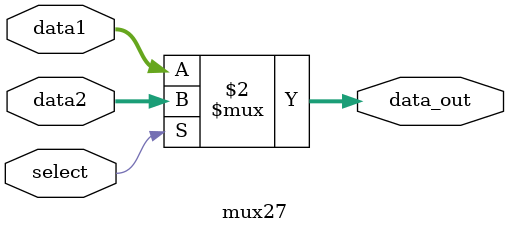
<source format=v>

module mux27(input [25:0] data1, //the data on first line 
		   	  data2, // the data on second line
	     input select,
	     output [25:0] data_out		
	    );

assign data_out = (select==1'b1)? data2 : data1;

endmodule

</source>
